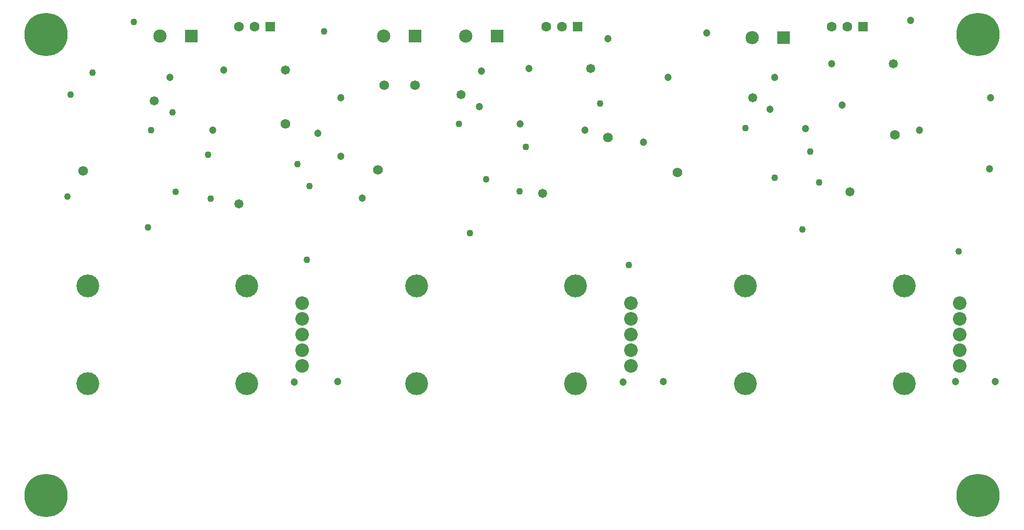
<source format=gbs>
G04*
G04 #@! TF.GenerationSoftware,Altium Limited,Altium Designer,22.5.1 (42)*
G04*
G04 Layer_Color=16711935*
%FSLAX43Y43*%
%MOMM*%
G71*
G04*
G04 #@! TF.SameCoordinates,2A2A3854-17DD-444F-B545-0734B4948F52*
G04*
G04*
G04 #@! TF.FilePolarity,Negative*
G04*
G01*
G75*
%ADD30C,2.203*%
%ADD31C,3.703*%
%ADD32C,7.003*%
%ADD33C,1.603*%
%ADD34R,1.603X1.603*%
%ADD35C,2.153*%
%ADD36R,2.153X2.153*%
%ADD37C,1.570*%
%ADD38C,1.203*%
%ADD39C,1.103*%
%ADD40C,1.473*%
D30*
X99750Y36430D02*
D03*
Y33890D02*
D03*
Y31350D02*
D03*
Y28810D02*
D03*
Y26270D02*
D03*
X153000Y36430D02*
D03*
Y33890D02*
D03*
Y31350D02*
D03*
Y28810D02*
D03*
Y26270D02*
D03*
X46500Y36430D02*
D03*
Y33890D02*
D03*
Y31350D02*
D03*
Y28810D02*
D03*
Y26270D02*
D03*
D31*
X90800Y39250D02*
D03*
Y23450D02*
D03*
X65000Y39250D02*
D03*
Y23450D02*
D03*
X144050Y39250D02*
D03*
Y23450D02*
D03*
X118250Y39250D02*
D03*
Y23450D02*
D03*
X37550Y39250D02*
D03*
Y23450D02*
D03*
X11750Y39250D02*
D03*
Y23450D02*
D03*
D32*
X156000Y80000D02*
D03*
Y5250D02*
D03*
X5000Y80000D02*
D03*
Y5250D02*
D03*
D33*
X132250Y81250D02*
D03*
X134790D02*
D03*
X36210Y81250D02*
D03*
X38750D02*
D03*
X86000Y81250D02*
D03*
X88540D02*
D03*
D34*
X137330D02*
D03*
X41290Y81250D02*
D03*
X91080Y81250D02*
D03*
D35*
X119420Y79500D02*
D03*
X23420Y79750D02*
D03*
X59670Y79750D02*
D03*
X73000D02*
D03*
D36*
X124500Y79500D02*
D03*
X28500Y79750D02*
D03*
X64750Y79750D02*
D03*
X78080D02*
D03*
D37*
X96000Y63250D02*
D03*
X43750Y65500D02*
D03*
X11000Y57900D02*
D03*
X107250Y57650D02*
D03*
X64750Y71750D02*
D03*
X59750D02*
D03*
X58750Y58000D02*
D03*
X142500Y63750D02*
D03*
D38*
X158750Y23750D02*
D03*
X152288Y23714D02*
D03*
X105000Y23750D02*
D03*
X98450Y23700D02*
D03*
X52250Y23750D02*
D03*
X45200Y23700D02*
D03*
X146500Y64500D02*
D03*
X157847Y58250D02*
D03*
X157950Y69750D02*
D03*
X145000Y82250D02*
D03*
X133920Y68500D02*
D03*
X105750Y73000D02*
D03*
X112000Y80250D02*
D03*
X96000Y79250D02*
D03*
X92250Y64500D02*
D03*
X56250Y53500D02*
D03*
X49000Y64000D02*
D03*
X52750Y69750D02*
D03*
X101750Y62500D02*
D03*
X52750Y60250D02*
D03*
X123000Y73000D02*
D03*
X122250Y67850D02*
D03*
X75500Y74000D02*
D03*
X75209Y68311D02*
D03*
X25100Y73000D02*
D03*
X128000Y64750D02*
D03*
X132250Y75250D02*
D03*
X83250Y74500D02*
D03*
X81750Y65500D02*
D03*
X33750Y74250D02*
D03*
X32000Y64500D02*
D03*
D39*
X94750Y68750D02*
D03*
X47700Y55450D02*
D03*
X45750Y59000D02*
D03*
X50000Y80500D02*
D03*
X19250Y82000D02*
D03*
X12500Y73750D02*
D03*
X9000Y70250D02*
D03*
X8500Y53750D02*
D03*
X21500Y48750D02*
D03*
X152802Y44798D02*
D03*
X127491Y48350D02*
D03*
X99366Y42603D02*
D03*
X73646Y47834D02*
D03*
X47250Y43500D02*
D03*
X130250Y56000D02*
D03*
X81681Y54571D02*
D03*
X71915Y65497D02*
D03*
X26000Y54500D02*
D03*
X128750Y61000D02*
D03*
X123000Y56750D02*
D03*
X82750Y61750D02*
D03*
X76250Y56500D02*
D03*
X31676Y53348D02*
D03*
X31250Y60500D02*
D03*
X25464Y67339D02*
D03*
X22055Y64495D02*
D03*
X118266Y64784D02*
D03*
D40*
X135250Y54500D02*
D03*
X85450Y54250D02*
D03*
X36250Y52500D02*
D03*
X119500Y69750D02*
D03*
X142250Y75250D02*
D03*
X72250Y70250D02*
D03*
X93250Y74500D02*
D03*
X22500Y69250D02*
D03*
X43750Y74250D02*
D03*
M02*

</source>
